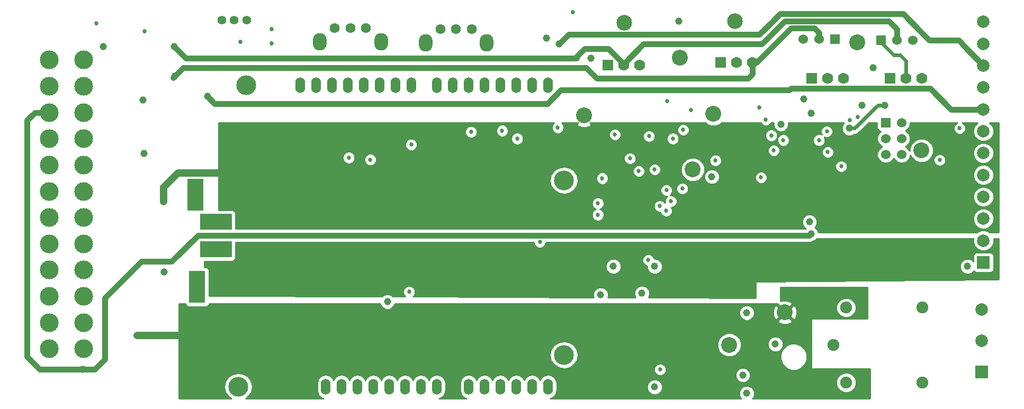
<source format=gbr>
G04 (created by PCBNEW (2013-03-19 BZR 4004)-stable) date 3/4/2014 12:45:59 PM*
%MOIN*%
G04 Gerber Fmt 3.4, Leading zero omitted, Abs format*
%FSLAX34Y34*%
G01*
G70*
G90*
G04 APERTURE LIST*
%ADD10C,0.006*%
%ADD11R,0.06X0.06*%
%ADD12C,0.06*%
%ADD13R,0.0787402X0.0787402*%
%ADD14C,0.0787402*%
%ADD15C,0.075*%
%ADD16C,0.0984252*%
%ADD17C,0.07*%
%ADD18R,0.07X0.07*%
%ADD19O,0.0866142X0.110236*%
%ADD20C,0.0629921*%
%ADD21C,0.0551181*%
%ADD22O,0.06X0.1*%
%ADD23O,0.125X0.125*%
%ADD24C,0.11811*%
%ADD25C,0.1*%
%ADD26R,0.1X0.1*%
%ADD27C,0.046*%
%ADD28C,0.027*%
%ADD29C,0.036*%
%ADD30C,0.048*%
%ADD31C,0.024*%
%ADD32C,0.01*%
G04 APERTURE END LIST*
G54D10*
G54D11*
X78650Y-37650D03*
G54D12*
X79650Y-37650D03*
X78650Y-38650D03*
X79650Y-38650D03*
X78650Y-39650D03*
X79650Y-39650D03*
G54D13*
X84700Y-53350D03*
G54D14*
X84700Y-51381D03*
X84700Y-49412D03*
G54D13*
X84800Y-46450D03*
G54D14*
X84800Y-45072D03*
X84800Y-43694D03*
X84800Y-42316D03*
X84800Y-40938D03*
X84800Y-39560D03*
X84800Y-38182D03*
X84800Y-36804D03*
X84800Y-35426D03*
X84800Y-34048D03*
X84800Y-32670D03*
X84800Y-31292D03*
G54D15*
X75360Y-51660D03*
X76160Y-49300D03*
X80960Y-49300D03*
X80960Y-54020D03*
X76160Y-54020D03*
G54D16*
X69145Y-31240D03*
X62190Y-31355D03*
G54D17*
X62160Y-34010D03*
X63160Y-34010D03*
G54D18*
X61160Y-34010D03*
G54D17*
X79915Y-34835D03*
X80915Y-34835D03*
G54D18*
X78915Y-34835D03*
G54D17*
X75000Y-34850D03*
X76000Y-34850D03*
G54D18*
X74000Y-34850D03*
G54D17*
X69265Y-33865D03*
X70265Y-33865D03*
G54D18*
X68265Y-33865D03*
G54D19*
X46879Y-32566D03*
X43020Y-32566D03*
G54D20*
X44950Y-31700D03*
X45934Y-31700D03*
X43965Y-31700D03*
G54D19*
X53529Y-32616D03*
X49670Y-32616D03*
G54D20*
X51600Y-31750D03*
X52584Y-31750D03*
X50615Y-31750D03*
G54D21*
X38413Y-31190D03*
X37625Y-31190D03*
X36838Y-31190D03*
G54D22*
X48790Y-35280D03*
X47790Y-35280D03*
X46790Y-35280D03*
X45790Y-35280D03*
X44790Y-35280D03*
X43790Y-35280D03*
X42790Y-35280D03*
X41790Y-35280D03*
X46390Y-54280D03*
X45390Y-54280D03*
X44390Y-54280D03*
X43390Y-54280D03*
X47390Y-54280D03*
X48390Y-54280D03*
X49390Y-54280D03*
X50390Y-54280D03*
X52390Y-54280D03*
X53390Y-54280D03*
X54390Y-54280D03*
X55390Y-54280D03*
X56390Y-54280D03*
X57390Y-54280D03*
X57390Y-35280D03*
X56390Y-35280D03*
X55390Y-35280D03*
X54390Y-35280D03*
X53390Y-35280D03*
X52390Y-35280D03*
X51390Y-35280D03*
X50390Y-35280D03*
G54D23*
X58390Y-52280D03*
X58390Y-41280D03*
X38390Y-35280D03*
X37890Y-54280D03*
G54D24*
X25974Y-51888D03*
X25974Y-50235D03*
X25974Y-48581D03*
X25974Y-46928D03*
X25974Y-45274D03*
X25974Y-43621D03*
X25974Y-41967D03*
X25974Y-40314D03*
X25974Y-38660D03*
X25974Y-37007D03*
X25974Y-35353D03*
X25974Y-33700D03*
X28139Y-51888D03*
X28139Y-50235D03*
X28139Y-48581D03*
X28139Y-46928D03*
X28139Y-45274D03*
X28139Y-43621D03*
X28139Y-41967D03*
X28139Y-40314D03*
X28139Y-38660D03*
X28139Y-37007D03*
X28139Y-35353D03*
X28139Y-33700D03*
G54D25*
X67800Y-37100D03*
X76850Y-32600D03*
X65700Y-33550D03*
X72300Y-49600D03*
X68800Y-51650D03*
X59650Y-37200D03*
X80900Y-39400D03*
X66500Y-40600D03*
G54D11*
X75450Y-32400D03*
G54D12*
X74450Y-32400D03*
X73450Y-32400D03*
G54D11*
X78350Y-32450D03*
G54D12*
X79350Y-32450D03*
X80350Y-32450D03*
G54D26*
X35970Y-43890D03*
X36970Y-43890D03*
X35200Y-42700D03*
X35200Y-41700D03*
X35970Y-45620D03*
X36970Y-45620D03*
X35300Y-47500D03*
X35300Y-48500D03*
G54D27*
X73950Y-44650D03*
X28100Y-53200D03*
X50400Y-50500D03*
X71600Y-50800D03*
X31525Y-51050D03*
X33900Y-34725D03*
X58100Y-32700D03*
G54D28*
X28950Y-31400D03*
G54D27*
X35950Y-36000D03*
X33225Y-47050D03*
X60600Y-46500D03*
X36800Y-47100D03*
G54D28*
X61900Y-42600D03*
X64800Y-38550D03*
X81500Y-38000D03*
G54D27*
X33175Y-42625D03*
X29400Y-32850D03*
X60100Y-33585D03*
X33850Y-32850D03*
G54D28*
X65850Y-41800D03*
X58000Y-37950D03*
X70700Y-36700D03*
X56875Y-45150D03*
X46200Y-39975D03*
X44850Y-39850D03*
X64450Y-53200D03*
X60525Y-43450D03*
X60800Y-41150D03*
X39975Y-31750D03*
X40000Y-32650D03*
X48775Y-39025D03*
X65125Y-42600D03*
X54500Y-38150D03*
X64840Y-41900D03*
X55450Y-38650D03*
X64825Y-43200D03*
X52550Y-38225D03*
X60525Y-42725D03*
G54D27*
X61500Y-46700D03*
X63300Y-48400D03*
G54D28*
X63700Y-46300D03*
X58950Y-30675D03*
G54D27*
X57290Y-32310D03*
G54D28*
X65900Y-38100D03*
X64900Y-36300D03*
X63750Y-38500D03*
X74940Y-38200D03*
G54D27*
X73500Y-36150D03*
G54D28*
X61600Y-38400D03*
X67925Y-40025D03*
G54D27*
X72050Y-37750D03*
X77150Y-36550D03*
X77850Y-34200D03*
G54D28*
X75850Y-40400D03*
X83300Y-38000D03*
X64425Y-42900D03*
G54D27*
X73850Y-43900D03*
G54D28*
X62550Y-39900D03*
G54D27*
X67700Y-41050D03*
X73945Y-37055D03*
X78600Y-36550D03*
X76350Y-38000D03*
X31875Y-36225D03*
G54D28*
X32000Y-31900D03*
G54D27*
X47275Y-48925D03*
G54D28*
X48650Y-48300D03*
G54D27*
X31950Y-39600D03*
X83800Y-46700D03*
X64100Y-46700D03*
X60700Y-48500D03*
X65635Y-31265D03*
G54D28*
X38025Y-32550D03*
G54D27*
X69900Y-49625D03*
G54D28*
X71450Y-38450D03*
X72200Y-38750D03*
X82050Y-40000D03*
X63100Y-40700D03*
X64100Y-40600D03*
X71100Y-37450D03*
X70800Y-41100D03*
X71600Y-39400D03*
X74450Y-38750D03*
X75000Y-39500D03*
X76400Y-37500D03*
X76900Y-37300D03*
X66400Y-36850D03*
X65250Y-38650D03*
G54D27*
X64100Y-54300D03*
X69650Y-53550D03*
X71700Y-51600D03*
X69900Y-54700D03*
G54D29*
X28100Y-53200D02*
X28850Y-53200D01*
X29500Y-52550D02*
X28850Y-53200D01*
X29500Y-48700D02*
X29500Y-52550D01*
X31800Y-46400D02*
X29500Y-48700D01*
X33700Y-46400D02*
X31800Y-46400D01*
X35350Y-44750D02*
X33700Y-46400D01*
X73850Y-44750D02*
X35350Y-44750D01*
X73950Y-44650D02*
X73850Y-44750D01*
X25974Y-37007D02*
X25092Y-37007D01*
X25092Y-37007D02*
X24600Y-37500D01*
X24600Y-37500D02*
X24600Y-52400D01*
X24600Y-52400D02*
X25400Y-53200D01*
X25400Y-53200D02*
X28100Y-53200D01*
G54D30*
X50900Y-50500D02*
X50400Y-50500D01*
X31525Y-51050D02*
X34550Y-51050D01*
X34550Y-51050D02*
X34600Y-51000D01*
G54D29*
X74450Y-32000D02*
X74450Y-32400D01*
X70265Y-33865D02*
X70535Y-33865D01*
X74150Y-31700D02*
X74450Y-32000D01*
X74450Y-32000D02*
X74400Y-31950D01*
X72700Y-31700D02*
X74150Y-31700D01*
X70535Y-33865D02*
X72700Y-31700D01*
X59800Y-34200D02*
X60450Y-34850D01*
X70265Y-34584D02*
X70265Y-33863D01*
X70000Y-34850D02*
X70265Y-34584D01*
X60450Y-34850D02*
X70000Y-34850D01*
X33900Y-34725D02*
X33800Y-34825D01*
X34425Y-34200D02*
X59800Y-34200D01*
X33800Y-34825D02*
X34425Y-34200D01*
X71575Y-31225D02*
X72000Y-30800D01*
X83451Y-32651D02*
X83250Y-32450D01*
X83250Y-32450D02*
X81400Y-32450D01*
X83451Y-32670D02*
X83465Y-32684D01*
X83465Y-32684D02*
X84800Y-34048D01*
X83451Y-32670D02*
X83451Y-32651D01*
X80900Y-31950D02*
X81400Y-32450D01*
X80900Y-31950D02*
X80900Y-31950D01*
X79750Y-30800D02*
X80900Y-31950D01*
X72000Y-30800D02*
X79750Y-30800D01*
X71600Y-31200D02*
X71575Y-31225D01*
X71575Y-31225D02*
X70700Y-32100D01*
X70700Y-32100D02*
X58700Y-32100D01*
X58700Y-32100D02*
X58400Y-32400D01*
X58100Y-32700D02*
X58400Y-32400D01*
X70250Y-35600D02*
X72600Y-35600D01*
X72600Y-35600D02*
X72700Y-35500D01*
X82754Y-36804D02*
X84800Y-36804D01*
X81450Y-35500D02*
X82754Y-36804D01*
X72700Y-35500D02*
X81450Y-35500D01*
X72600Y-35600D02*
X72700Y-35500D01*
X70300Y-35600D02*
X70250Y-35600D01*
X70250Y-35600D02*
X58200Y-35600D01*
X58200Y-35600D02*
X57350Y-36450D01*
X57350Y-36450D02*
X36400Y-36450D01*
X36400Y-36450D02*
X35950Y-36000D01*
G54D30*
X33175Y-42625D02*
X33175Y-41725D01*
X34075Y-40825D02*
X37175Y-40825D01*
X33175Y-41725D02*
X34075Y-40825D01*
G54D29*
X71950Y-31600D02*
X72300Y-31250D01*
X62160Y-34010D02*
X62160Y-33940D01*
X70850Y-32700D02*
X71950Y-31600D01*
X63400Y-32700D02*
X70850Y-32700D01*
X62160Y-33940D02*
X63400Y-32700D01*
X79350Y-31750D02*
X79350Y-32450D01*
X78850Y-31250D02*
X79350Y-31750D01*
X72300Y-31250D02*
X78850Y-31250D01*
X62160Y-34010D02*
X62160Y-33960D01*
X59180Y-33570D02*
X59180Y-33600D01*
X59150Y-33600D02*
X59180Y-33570D01*
X59090Y-33600D02*
X59150Y-33600D01*
X59690Y-33000D02*
X59090Y-33600D01*
X61200Y-33000D02*
X59690Y-33000D01*
X62160Y-33960D02*
X61200Y-33000D01*
X34600Y-33600D02*
X59180Y-33600D01*
X33850Y-32850D02*
X34600Y-33600D01*
G54D31*
X76700Y-38000D02*
X78150Y-36550D01*
X78150Y-36550D02*
X78600Y-36550D01*
X76350Y-38000D02*
X76700Y-38000D01*
X78350Y-32450D02*
X78350Y-32600D01*
X79915Y-33765D02*
X79915Y-34835D01*
X79550Y-33400D02*
X79915Y-33765D01*
X79150Y-33400D02*
X79550Y-33400D01*
X78350Y-32600D02*
X79150Y-33400D01*
G54D10*
G36*
X85759Y-47530D02*
X85443Y-47532D01*
X85443Y-46794D01*
X85443Y-46006D01*
X85405Y-45914D01*
X85335Y-45844D01*
X85243Y-45806D01*
X85144Y-45806D01*
X84356Y-45806D01*
X84264Y-45844D01*
X84194Y-45914D01*
X84156Y-46006D01*
X84156Y-46105D01*
X84156Y-46377D01*
X84072Y-46293D01*
X83895Y-46220D01*
X83704Y-46219D01*
X83528Y-46292D01*
X83393Y-46427D01*
X83320Y-46604D01*
X83319Y-46795D01*
X83392Y-46971D01*
X83527Y-47106D01*
X83704Y-47179D01*
X83895Y-47180D01*
X84071Y-47107D01*
X84194Y-46984D01*
X84194Y-46985D01*
X84264Y-47055D01*
X84356Y-47093D01*
X84455Y-47093D01*
X85243Y-47093D01*
X85335Y-47055D01*
X85405Y-46985D01*
X85443Y-46893D01*
X85443Y-46794D01*
X85443Y-47532D01*
X70450Y-47650D01*
X70440Y-48669D01*
X64580Y-48649D01*
X64580Y-46604D01*
X64507Y-46428D01*
X64372Y-46293D01*
X64195Y-46220D01*
X64083Y-46219D01*
X64026Y-46082D01*
X63918Y-45973D01*
X63776Y-45915D01*
X63623Y-45914D01*
X63482Y-45973D01*
X63373Y-46081D01*
X63315Y-46223D01*
X63314Y-46376D01*
X63373Y-46517D01*
X63481Y-46626D01*
X63620Y-46683D01*
X63619Y-46795D01*
X63692Y-46971D01*
X63827Y-47106D01*
X64004Y-47179D01*
X64195Y-47180D01*
X64371Y-47107D01*
X64506Y-46972D01*
X64579Y-46795D01*
X64580Y-46604D01*
X64580Y-48649D01*
X63717Y-48646D01*
X63779Y-48495D01*
X63780Y-48304D01*
X63707Y-48128D01*
X63572Y-47993D01*
X63395Y-47920D01*
X63204Y-47919D01*
X63028Y-47992D01*
X62893Y-48127D01*
X62820Y-48304D01*
X62819Y-48495D01*
X62881Y-48643D01*
X61980Y-48640D01*
X61980Y-46604D01*
X61907Y-46428D01*
X61772Y-46293D01*
X61595Y-46220D01*
X61404Y-46219D01*
X61228Y-46292D01*
X61093Y-46427D01*
X61020Y-46604D01*
X61019Y-46795D01*
X61092Y-46971D01*
X61227Y-47106D01*
X61404Y-47179D01*
X61595Y-47180D01*
X61771Y-47107D01*
X61906Y-46972D01*
X61979Y-46795D01*
X61980Y-46604D01*
X61980Y-48640D01*
X61162Y-48637D01*
X61179Y-48595D01*
X61180Y-48404D01*
X61107Y-48228D01*
X60972Y-48093D01*
X60795Y-48020D01*
X60604Y-48019D01*
X60428Y-48092D01*
X60293Y-48227D01*
X60220Y-48404D01*
X60219Y-48595D01*
X60236Y-48634D01*
X48898Y-48595D01*
X48976Y-48518D01*
X49034Y-48376D01*
X49035Y-48223D01*
X48976Y-48082D01*
X48868Y-47973D01*
X48726Y-47915D01*
X48573Y-47914D01*
X48432Y-47973D01*
X48323Y-48081D01*
X48265Y-48223D01*
X48264Y-48376D01*
X48323Y-48517D01*
X48399Y-48593D01*
X47619Y-48591D01*
X47547Y-48518D01*
X47370Y-48445D01*
X47179Y-48444D01*
X47003Y-48517D01*
X46932Y-48588D01*
X36050Y-48551D01*
X36050Y-47950D01*
X36050Y-46950D01*
X36012Y-46858D01*
X35941Y-46788D01*
X35849Y-46750D01*
X35750Y-46749D01*
X35750Y-46749D01*
X35750Y-46370D01*
X36519Y-46370D01*
X37519Y-46370D01*
X37611Y-46332D01*
X37681Y-46261D01*
X37719Y-46169D01*
X37720Y-46070D01*
X37720Y-45180D01*
X56489Y-45180D01*
X56489Y-45226D01*
X56548Y-45367D01*
X56656Y-45476D01*
X56798Y-45534D01*
X56951Y-45535D01*
X57092Y-45476D01*
X57201Y-45368D01*
X57259Y-45226D01*
X57259Y-45180D01*
X73850Y-45180D01*
X74014Y-45147D01*
X74040Y-45130D01*
X74045Y-45130D01*
X74221Y-45057D01*
X74328Y-44950D01*
X84156Y-44950D01*
X84156Y-45199D01*
X84253Y-45436D01*
X84434Y-45617D01*
X84671Y-45715D01*
X84927Y-45715D01*
X85164Y-45618D01*
X85345Y-45437D01*
X85443Y-45200D01*
X85443Y-44950D01*
X85750Y-44950D01*
X85759Y-47530D01*
X85759Y-47530D01*
G37*
G54D32*
X85759Y-47530D02*
X85443Y-47532D01*
X85443Y-46794D01*
X85443Y-46006D01*
X85405Y-45914D01*
X85335Y-45844D01*
X85243Y-45806D01*
X85144Y-45806D01*
X84356Y-45806D01*
X84264Y-45844D01*
X84194Y-45914D01*
X84156Y-46006D01*
X84156Y-46105D01*
X84156Y-46377D01*
X84072Y-46293D01*
X83895Y-46220D01*
X83704Y-46219D01*
X83528Y-46292D01*
X83393Y-46427D01*
X83320Y-46604D01*
X83319Y-46795D01*
X83392Y-46971D01*
X83527Y-47106D01*
X83704Y-47179D01*
X83895Y-47180D01*
X84071Y-47107D01*
X84194Y-46984D01*
X84194Y-46985D01*
X84264Y-47055D01*
X84356Y-47093D01*
X84455Y-47093D01*
X85243Y-47093D01*
X85335Y-47055D01*
X85405Y-46985D01*
X85443Y-46893D01*
X85443Y-46794D01*
X85443Y-47532D01*
X70450Y-47650D01*
X70440Y-48669D01*
X64580Y-48649D01*
X64580Y-46604D01*
X64507Y-46428D01*
X64372Y-46293D01*
X64195Y-46220D01*
X64083Y-46219D01*
X64026Y-46082D01*
X63918Y-45973D01*
X63776Y-45915D01*
X63623Y-45914D01*
X63482Y-45973D01*
X63373Y-46081D01*
X63315Y-46223D01*
X63314Y-46376D01*
X63373Y-46517D01*
X63481Y-46626D01*
X63620Y-46683D01*
X63619Y-46795D01*
X63692Y-46971D01*
X63827Y-47106D01*
X64004Y-47179D01*
X64195Y-47180D01*
X64371Y-47107D01*
X64506Y-46972D01*
X64579Y-46795D01*
X64580Y-46604D01*
X64580Y-48649D01*
X63717Y-48646D01*
X63779Y-48495D01*
X63780Y-48304D01*
X63707Y-48128D01*
X63572Y-47993D01*
X63395Y-47920D01*
X63204Y-47919D01*
X63028Y-47992D01*
X62893Y-48127D01*
X62820Y-48304D01*
X62819Y-48495D01*
X62881Y-48643D01*
X61980Y-48640D01*
X61980Y-46604D01*
X61907Y-46428D01*
X61772Y-46293D01*
X61595Y-46220D01*
X61404Y-46219D01*
X61228Y-46292D01*
X61093Y-46427D01*
X61020Y-46604D01*
X61019Y-46795D01*
X61092Y-46971D01*
X61227Y-47106D01*
X61404Y-47179D01*
X61595Y-47180D01*
X61771Y-47107D01*
X61906Y-46972D01*
X61979Y-46795D01*
X61980Y-46604D01*
X61980Y-48640D01*
X61162Y-48637D01*
X61179Y-48595D01*
X61180Y-48404D01*
X61107Y-48228D01*
X60972Y-48093D01*
X60795Y-48020D01*
X60604Y-48019D01*
X60428Y-48092D01*
X60293Y-48227D01*
X60220Y-48404D01*
X60219Y-48595D01*
X60236Y-48634D01*
X48898Y-48595D01*
X48976Y-48518D01*
X49034Y-48376D01*
X49035Y-48223D01*
X48976Y-48082D01*
X48868Y-47973D01*
X48726Y-47915D01*
X48573Y-47914D01*
X48432Y-47973D01*
X48323Y-48081D01*
X48265Y-48223D01*
X48264Y-48376D01*
X48323Y-48517D01*
X48399Y-48593D01*
X47619Y-48591D01*
X47547Y-48518D01*
X47370Y-48445D01*
X47179Y-48444D01*
X47003Y-48517D01*
X46932Y-48588D01*
X36050Y-48551D01*
X36050Y-47950D01*
X36050Y-46950D01*
X36012Y-46858D01*
X35941Y-46788D01*
X35849Y-46750D01*
X35750Y-46749D01*
X35750Y-46749D01*
X35750Y-46370D01*
X36519Y-46370D01*
X37519Y-46370D01*
X37611Y-46332D01*
X37681Y-46261D01*
X37719Y-46169D01*
X37720Y-46070D01*
X37720Y-45180D01*
X56489Y-45180D01*
X56489Y-45226D01*
X56548Y-45367D01*
X56656Y-45476D01*
X56798Y-45534D01*
X56951Y-45535D01*
X57092Y-45476D01*
X57201Y-45368D01*
X57259Y-45226D01*
X57259Y-45180D01*
X73850Y-45180D01*
X74014Y-45147D01*
X74040Y-45130D01*
X74045Y-45130D01*
X74221Y-45057D01*
X74328Y-44950D01*
X84156Y-44950D01*
X84156Y-45199D01*
X84253Y-45436D01*
X84434Y-45617D01*
X84671Y-45715D01*
X84927Y-45715D01*
X85164Y-45618D01*
X85345Y-45437D01*
X85443Y-45200D01*
X85443Y-44950D01*
X85750Y-44950D01*
X85759Y-47530D01*
G54D10*
G36*
X77650Y-55020D02*
X76785Y-55020D01*
X76785Y-53896D01*
X76690Y-53666D01*
X76514Y-53490D01*
X76284Y-53395D01*
X76036Y-53394D01*
X75806Y-53489D01*
X75630Y-53665D01*
X75535Y-53895D01*
X75534Y-54143D01*
X75629Y-54373D01*
X75805Y-54549D01*
X76035Y-54644D01*
X76283Y-54645D01*
X76513Y-54550D01*
X76689Y-54374D01*
X76784Y-54144D01*
X76785Y-53896D01*
X76785Y-55020D01*
X73690Y-55020D01*
X73690Y-52233D01*
X73563Y-51924D01*
X73326Y-51687D01*
X73053Y-51574D01*
X73053Y-49729D01*
X73045Y-49431D01*
X72946Y-49191D01*
X72830Y-49140D01*
X72370Y-49600D01*
X72830Y-50059D01*
X72946Y-50008D01*
X73053Y-49729D01*
X73053Y-51574D01*
X73017Y-51559D01*
X72759Y-51559D01*
X72759Y-50130D01*
X72300Y-49670D01*
X72229Y-49741D01*
X72229Y-49600D01*
X71769Y-49140D01*
X71653Y-49191D01*
X71546Y-49470D01*
X71554Y-49768D01*
X71653Y-50008D01*
X71769Y-50059D01*
X72229Y-49600D01*
X72229Y-49741D01*
X71840Y-50130D01*
X71891Y-50246D01*
X72170Y-50353D01*
X72468Y-50345D01*
X72708Y-50246D01*
X72759Y-50130D01*
X72759Y-51559D01*
X72683Y-51559D01*
X72374Y-51687D01*
X72180Y-51881D01*
X72180Y-51504D01*
X72107Y-51328D01*
X71972Y-51193D01*
X71795Y-51120D01*
X71604Y-51119D01*
X71428Y-51192D01*
X71293Y-51327D01*
X71220Y-51504D01*
X71219Y-51695D01*
X71292Y-51871D01*
X71427Y-52006D01*
X71604Y-52079D01*
X71795Y-52080D01*
X71971Y-52007D01*
X72106Y-51872D01*
X72179Y-51695D01*
X72180Y-51504D01*
X72180Y-51881D01*
X72137Y-51923D01*
X72009Y-52232D01*
X72009Y-52566D01*
X72137Y-52875D01*
X72373Y-53112D01*
X72682Y-53240D01*
X73016Y-53240D01*
X73325Y-53113D01*
X73562Y-52876D01*
X73690Y-52567D01*
X73690Y-52233D01*
X73690Y-55020D01*
X70258Y-55020D01*
X70306Y-54972D01*
X70379Y-54795D01*
X70380Y-54604D01*
X70380Y-49529D01*
X70307Y-49353D01*
X70172Y-49218D01*
X69995Y-49145D01*
X69804Y-49144D01*
X69628Y-49217D01*
X69493Y-49352D01*
X69420Y-49529D01*
X69419Y-49720D01*
X69492Y-49896D01*
X69627Y-50031D01*
X69804Y-50104D01*
X69995Y-50105D01*
X70171Y-50032D01*
X70306Y-49897D01*
X70379Y-49720D01*
X70380Y-49529D01*
X70380Y-54604D01*
X70307Y-54428D01*
X70172Y-54293D01*
X70130Y-54275D01*
X70130Y-53454D01*
X70057Y-53278D01*
X69922Y-53143D01*
X69745Y-53070D01*
X69554Y-53069D01*
X69550Y-53071D01*
X69550Y-51501D01*
X69436Y-51225D01*
X69225Y-51014D01*
X68949Y-50900D01*
X68651Y-50899D01*
X68375Y-51013D01*
X68164Y-51224D01*
X68050Y-51500D01*
X68049Y-51798D01*
X68163Y-52074D01*
X68374Y-52285D01*
X68650Y-52399D01*
X68948Y-52400D01*
X69224Y-52286D01*
X69435Y-52075D01*
X69549Y-51799D01*
X69550Y-51501D01*
X69550Y-53071D01*
X69378Y-53142D01*
X69243Y-53277D01*
X69170Y-53454D01*
X69169Y-53645D01*
X69242Y-53821D01*
X69377Y-53956D01*
X69554Y-54029D01*
X69745Y-54030D01*
X69921Y-53957D01*
X70056Y-53822D01*
X70129Y-53645D01*
X70130Y-53454D01*
X70130Y-54275D01*
X69995Y-54220D01*
X69804Y-54219D01*
X69628Y-54292D01*
X69493Y-54427D01*
X69420Y-54604D01*
X69419Y-54795D01*
X69492Y-54971D01*
X69541Y-55020D01*
X64835Y-55020D01*
X64835Y-53123D01*
X64776Y-52982D01*
X64668Y-52873D01*
X64526Y-52815D01*
X64373Y-52814D01*
X64232Y-52873D01*
X64123Y-52981D01*
X64065Y-53123D01*
X64064Y-53276D01*
X64123Y-53417D01*
X64231Y-53526D01*
X64373Y-53584D01*
X64526Y-53585D01*
X64667Y-53526D01*
X64776Y-53418D01*
X64834Y-53276D01*
X64835Y-53123D01*
X64835Y-55020D01*
X64580Y-55020D01*
X64580Y-54204D01*
X64507Y-54028D01*
X64372Y-53893D01*
X64195Y-53820D01*
X64004Y-53819D01*
X63828Y-53892D01*
X63693Y-54027D01*
X63620Y-54204D01*
X63619Y-54395D01*
X63692Y-54571D01*
X63827Y-54706D01*
X64004Y-54779D01*
X64195Y-54780D01*
X64371Y-54707D01*
X64506Y-54572D01*
X64579Y-54395D01*
X64580Y-54204D01*
X64580Y-55020D01*
X59282Y-55020D01*
X59282Y-52280D01*
X59215Y-51945D01*
X59025Y-51661D01*
X58741Y-51471D01*
X58407Y-51405D01*
X58372Y-51405D01*
X58038Y-51471D01*
X57754Y-51661D01*
X57564Y-51945D01*
X57497Y-52280D01*
X57564Y-52614D01*
X57754Y-52898D01*
X58038Y-53088D01*
X58372Y-53155D01*
X58407Y-53155D01*
X58741Y-53088D01*
X59025Y-52898D01*
X59215Y-52614D01*
X59282Y-52280D01*
X59282Y-55020D01*
X57511Y-55020D01*
X57600Y-55002D01*
X57778Y-54883D01*
X57898Y-54705D01*
X57940Y-54494D01*
X57940Y-54065D01*
X57898Y-53854D01*
X57778Y-53676D01*
X57600Y-53557D01*
X57390Y-53515D01*
X57179Y-53557D01*
X57001Y-53676D01*
X56890Y-53842D01*
X56778Y-53676D01*
X56600Y-53557D01*
X56390Y-53515D01*
X56179Y-53557D01*
X56001Y-53676D01*
X55890Y-53842D01*
X55778Y-53676D01*
X55600Y-53557D01*
X55390Y-53515D01*
X55179Y-53557D01*
X55001Y-53676D01*
X54890Y-53842D01*
X54778Y-53676D01*
X54600Y-53557D01*
X54390Y-53515D01*
X54179Y-53557D01*
X54001Y-53676D01*
X53890Y-53842D01*
X53778Y-53676D01*
X53600Y-53557D01*
X53390Y-53515D01*
X53179Y-53557D01*
X53001Y-53676D01*
X52890Y-53842D01*
X52778Y-53676D01*
X52600Y-53557D01*
X52390Y-53515D01*
X52179Y-53557D01*
X52001Y-53676D01*
X51881Y-53854D01*
X51840Y-54065D01*
X51840Y-54494D01*
X51881Y-54705D01*
X52001Y-54883D01*
X52179Y-55002D01*
X52268Y-55020D01*
X50511Y-55020D01*
X50600Y-55002D01*
X50778Y-54883D01*
X50898Y-54705D01*
X50940Y-54494D01*
X50940Y-54065D01*
X50898Y-53854D01*
X50778Y-53676D01*
X50600Y-53557D01*
X50390Y-53515D01*
X50179Y-53557D01*
X50001Y-53676D01*
X49890Y-53842D01*
X49778Y-53676D01*
X49600Y-53557D01*
X49390Y-53515D01*
X49179Y-53557D01*
X49001Y-53676D01*
X48890Y-53842D01*
X48778Y-53676D01*
X48600Y-53557D01*
X48390Y-53515D01*
X48179Y-53557D01*
X48001Y-53676D01*
X47890Y-53842D01*
X47778Y-53676D01*
X47600Y-53557D01*
X47390Y-53515D01*
X47179Y-53557D01*
X47001Y-53676D01*
X46890Y-53842D01*
X46778Y-53676D01*
X46600Y-53557D01*
X46390Y-53515D01*
X46179Y-53557D01*
X46001Y-53676D01*
X45890Y-53842D01*
X45778Y-53676D01*
X45600Y-53557D01*
X45390Y-53515D01*
X45179Y-53557D01*
X45001Y-53676D01*
X44890Y-53842D01*
X44778Y-53676D01*
X44600Y-53557D01*
X44390Y-53515D01*
X44179Y-53557D01*
X44001Y-53676D01*
X43890Y-53842D01*
X43778Y-53676D01*
X43600Y-53557D01*
X43390Y-53515D01*
X43179Y-53557D01*
X43001Y-53676D01*
X42881Y-53854D01*
X42840Y-54065D01*
X42840Y-54494D01*
X42881Y-54705D01*
X43001Y-54883D01*
X43179Y-55002D01*
X43268Y-55020D01*
X38343Y-55020D01*
X38525Y-54898D01*
X38715Y-54614D01*
X38782Y-54280D01*
X38715Y-53945D01*
X38525Y-53661D01*
X38241Y-53471D01*
X37907Y-53405D01*
X37872Y-53405D01*
X37538Y-53471D01*
X37254Y-53661D01*
X37064Y-53945D01*
X36997Y-54280D01*
X37064Y-54614D01*
X37254Y-54898D01*
X37436Y-55020D01*
X34150Y-55020D01*
X34150Y-49050D01*
X34550Y-49050D01*
X34587Y-49141D01*
X34658Y-49211D01*
X34750Y-49249D01*
X34849Y-49250D01*
X35849Y-49250D01*
X35941Y-49212D01*
X36011Y-49141D01*
X36049Y-49050D01*
X46807Y-49050D01*
X46867Y-49196D01*
X47002Y-49331D01*
X47179Y-49404D01*
X47370Y-49405D01*
X47546Y-49332D01*
X47681Y-49197D01*
X47742Y-49050D01*
X71848Y-49050D01*
X71840Y-49069D01*
X72300Y-49529D01*
X72759Y-49069D01*
X72708Y-48953D01*
X72429Y-48846D01*
X72131Y-48854D01*
X72030Y-48896D01*
X72030Y-48020D01*
X77480Y-48020D01*
X77488Y-49050D01*
X77500Y-49050D01*
X77500Y-50000D01*
X76785Y-50000D01*
X76785Y-49176D01*
X76690Y-48946D01*
X76514Y-48770D01*
X76284Y-48675D01*
X76036Y-48674D01*
X75806Y-48769D01*
X75630Y-48945D01*
X75535Y-49175D01*
X75534Y-49423D01*
X75629Y-49653D01*
X75805Y-49829D01*
X76035Y-49924D01*
X76283Y-49925D01*
X76513Y-49830D01*
X76689Y-49654D01*
X76784Y-49424D01*
X76785Y-49176D01*
X76785Y-50000D01*
X73950Y-50000D01*
X73950Y-53150D01*
X77650Y-53150D01*
X77650Y-55020D01*
X77650Y-55020D01*
G37*
G54D32*
X77650Y-55020D02*
X76785Y-55020D01*
X76785Y-53896D01*
X76690Y-53666D01*
X76514Y-53490D01*
X76284Y-53395D01*
X76036Y-53394D01*
X75806Y-53489D01*
X75630Y-53665D01*
X75535Y-53895D01*
X75534Y-54143D01*
X75629Y-54373D01*
X75805Y-54549D01*
X76035Y-54644D01*
X76283Y-54645D01*
X76513Y-54550D01*
X76689Y-54374D01*
X76784Y-54144D01*
X76785Y-53896D01*
X76785Y-55020D01*
X73690Y-55020D01*
X73690Y-52233D01*
X73563Y-51924D01*
X73326Y-51687D01*
X73053Y-51574D01*
X73053Y-49729D01*
X73045Y-49431D01*
X72946Y-49191D01*
X72830Y-49140D01*
X72370Y-49600D01*
X72830Y-50059D01*
X72946Y-50008D01*
X73053Y-49729D01*
X73053Y-51574D01*
X73017Y-51559D01*
X72759Y-51559D01*
X72759Y-50130D01*
X72300Y-49670D01*
X72229Y-49741D01*
X72229Y-49600D01*
X71769Y-49140D01*
X71653Y-49191D01*
X71546Y-49470D01*
X71554Y-49768D01*
X71653Y-50008D01*
X71769Y-50059D01*
X72229Y-49600D01*
X72229Y-49741D01*
X71840Y-50130D01*
X71891Y-50246D01*
X72170Y-50353D01*
X72468Y-50345D01*
X72708Y-50246D01*
X72759Y-50130D01*
X72759Y-51559D01*
X72683Y-51559D01*
X72374Y-51687D01*
X72180Y-51881D01*
X72180Y-51504D01*
X72107Y-51328D01*
X71972Y-51193D01*
X71795Y-51120D01*
X71604Y-51119D01*
X71428Y-51192D01*
X71293Y-51327D01*
X71220Y-51504D01*
X71219Y-51695D01*
X71292Y-51871D01*
X71427Y-52006D01*
X71604Y-52079D01*
X71795Y-52080D01*
X71971Y-52007D01*
X72106Y-51872D01*
X72179Y-51695D01*
X72180Y-51504D01*
X72180Y-51881D01*
X72137Y-51923D01*
X72009Y-52232D01*
X72009Y-52566D01*
X72137Y-52875D01*
X72373Y-53112D01*
X72682Y-53240D01*
X73016Y-53240D01*
X73325Y-53113D01*
X73562Y-52876D01*
X73690Y-52567D01*
X73690Y-52233D01*
X73690Y-55020D01*
X70258Y-55020D01*
X70306Y-54972D01*
X70379Y-54795D01*
X70380Y-54604D01*
X70380Y-49529D01*
X70307Y-49353D01*
X70172Y-49218D01*
X69995Y-49145D01*
X69804Y-49144D01*
X69628Y-49217D01*
X69493Y-49352D01*
X69420Y-49529D01*
X69419Y-49720D01*
X69492Y-49896D01*
X69627Y-50031D01*
X69804Y-50104D01*
X69995Y-50105D01*
X70171Y-50032D01*
X70306Y-49897D01*
X70379Y-49720D01*
X70380Y-49529D01*
X70380Y-54604D01*
X70307Y-54428D01*
X70172Y-54293D01*
X70130Y-54275D01*
X70130Y-53454D01*
X70057Y-53278D01*
X69922Y-53143D01*
X69745Y-53070D01*
X69554Y-53069D01*
X69550Y-53071D01*
X69550Y-51501D01*
X69436Y-51225D01*
X69225Y-51014D01*
X68949Y-50900D01*
X68651Y-50899D01*
X68375Y-51013D01*
X68164Y-51224D01*
X68050Y-51500D01*
X68049Y-51798D01*
X68163Y-52074D01*
X68374Y-52285D01*
X68650Y-52399D01*
X68948Y-52400D01*
X69224Y-52286D01*
X69435Y-52075D01*
X69549Y-51799D01*
X69550Y-51501D01*
X69550Y-53071D01*
X69378Y-53142D01*
X69243Y-53277D01*
X69170Y-53454D01*
X69169Y-53645D01*
X69242Y-53821D01*
X69377Y-53956D01*
X69554Y-54029D01*
X69745Y-54030D01*
X69921Y-53957D01*
X70056Y-53822D01*
X70129Y-53645D01*
X70130Y-53454D01*
X70130Y-54275D01*
X69995Y-54220D01*
X69804Y-54219D01*
X69628Y-54292D01*
X69493Y-54427D01*
X69420Y-54604D01*
X69419Y-54795D01*
X69492Y-54971D01*
X69541Y-55020D01*
X64835Y-55020D01*
X64835Y-53123D01*
X64776Y-52982D01*
X64668Y-52873D01*
X64526Y-52815D01*
X64373Y-52814D01*
X64232Y-52873D01*
X64123Y-52981D01*
X64065Y-53123D01*
X64064Y-53276D01*
X64123Y-53417D01*
X64231Y-53526D01*
X64373Y-53584D01*
X64526Y-53585D01*
X64667Y-53526D01*
X64776Y-53418D01*
X64834Y-53276D01*
X64835Y-53123D01*
X64835Y-55020D01*
X64580Y-55020D01*
X64580Y-54204D01*
X64507Y-54028D01*
X64372Y-53893D01*
X64195Y-53820D01*
X64004Y-53819D01*
X63828Y-53892D01*
X63693Y-54027D01*
X63620Y-54204D01*
X63619Y-54395D01*
X63692Y-54571D01*
X63827Y-54706D01*
X64004Y-54779D01*
X64195Y-54780D01*
X64371Y-54707D01*
X64506Y-54572D01*
X64579Y-54395D01*
X64580Y-54204D01*
X64580Y-55020D01*
X59282Y-55020D01*
X59282Y-52280D01*
X59215Y-51945D01*
X59025Y-51661D01*
X58741Y-51471D01*
X58407Y-51405D01*
X58372Y-51405D01*
X58038Y-51471D01*
X57754Y-51661D01*
X57564Y-51945D01*
X57497Y-52280D01*
X57564Y-52614D01*
X57754Y-52898D01*
X58038Y-53088D01*
X58372Y-53155D01*
X58407Y-53155D01*
X58741Y-53088D01*
X59025Y-52898D01*
X59215Y-52614D01*
X59282Y-52280D01*
X59282Y-55020D01*
X57511Y-55020D01*
X57600Y-55002D01*
X57778Y-54883D01*
X57898Y-54705D01*
X57940Y-54494D01*
X57940Y-54065D01*
X57898Y-53854D01*
X57778Y-53676D01*
X57600Y-53557D01*
X57390Y-53515D01*
X57179Y-53557D01*
X57001Y-53676D01*
X56890Y-53842D01*
X56778Y-53676D01*
X56600Y-53557D01*
X56390Y-53515D01*
X56179Y-53557D01*
X56001Y-53676D01*
X55890Y-53842D01*
X55778Y-53676D01*
X55600Y-53557D01*
X55390Y-53515D01*
X55179Y-53557D01*
X55001Y-53676D01*
X54890Y-53842D01*
X54778Y-53676D01*
X54600Y-53557D01*
X54390Y-53515D01*
X54179Y-53557D01*
X54001Y-53676D01*
X53890Y-53842D01*
X53778Y-53676D01*
X53600Y-53557D01*
X53390Y-53515D01*
X53179Y-53557D01*
X53001Y-53676D01*
X52890Y-53842D01*
X52778Y-53676D01*
X52600Y-53557D01*
X52390Y-53515D01*
X52179Y-53557D01*
X52001Y-53676D01*
X51881Y-53854D01*
X51840Y-54065D01*
X51840Y-54494D01*
X51881Y-54705D01*
X52001Y-54883D01*
X52179Y-55002D01*
X52268Y-55020D01*
X50511Y-55020D01*
X50600Y-55002D01*
X50778Y-54883D01*
X50898Y-54705D01*
X50940Y-54494D01*
X50940Y-54065D01*
X50898Y-53854D01*
X50778Y-53676D01*
X50600Y-53557D01*
X50390Y-53515D01*
X50179Y-53557D01*
X50001Y-53676D01*
X49890Y-53842D01*
X49778Y-53676D01*
X49600Y-53557D01*
X49390Y-53515D01*
X49179Y-53557D01*
X49001Y-53676D01*
X48890Y-53842D01*
X48778Y-53676D01*
X48600Y-53557D01*
X48390Y-53515D01*
X48179Y-53557D01*
X48001Y-53676D01*
X47890Y-53842D01*
X47778Y-53676D01*
X47600Y-53557D01*
X47390Y-53515D01*
X47179Y-53557D01*
X47001Y-53676D01*
X46890Y-53842D01*
X46778Y-53676D01*
X46600Y-53557D01*
X46390Y-53515D01*
X46179Y-53557D01*
X46001Y-53676D01*
X45890Y-53842D01*
X45778Y-53676D01*
X45600Y-53557D01*
X45390Y-53515D01*
X45179Y-53557D01*
X45001Y-53676D01*
X44890Y-53842D01*
X44778Y-53676D01*
X44600Y-53557D01*
X44390Y-53515D01*
X44179Y-53557D01*
X44001Y-53676D01*
X43890Y-53842D01*
X43778Y-53676D01*
X43600Y-53557D01*
X43390Y-53515D01*
X43179Y-53557D01*
X43001Y-53676D01*
X42881Y-53854D01*
X42840Y-54065D01*
X42840Y-54494D01*
X42881Y-54705D01*
X43001Y-54883D01*
X43179Y-55002D01*
X43268Y-55020D01*
X38343Y-55020D01*
X38525Y-54898D01*
X38715Y-54614D01*
X38782Y-54280D01*
X38715Y-53945D01*
X38525Y-53661D01*
X38241Y-53471D01*
X37907Y-53405D01*
X37872Y-53405D01*
X37538Y-53471D01*
X37254Y-53661D01*
X37064Y-53945D01*
X36997Y-54280D01*
X37064Y-54614D01*
X37254Y-54898D01*
X37436Y-55020D01*
X34150Y-55020D01*
X34150Y-49050D01*
X34550Y-49050D01*
X34587Y-49141D01*
X34658Y-49211D01*
X34750Y-49249D01*
X34849Y-49250D01*
X35849Y-49250D01*
X35941Y-49212D01*
X36011Y-49141D01*
X36049Y-49050D01*
X46807Y-49050D01*
X46867Y-49196D01*
X47002Y-49331D01*
X47179Y-49404D01*
X47370Y-49405D01*
X47546Y-49332D01*
X47681Y-49197D01*
X47742Y-49050D01*
X71848Y-49050D01*
X71840Y-49069D01*
X72300Y-49529D01*
X72759Y-49069D01*
X72708Y-48953D01*
X72429Y-48846D01*
X72131Y-48854D01*
X72030Y-48896D01*
X72030Y-48020D01*
X77480Y-48020D01*
X77488Y-49050D01*
X77500Y-49050D01*
X77500Y-50000D01*
X76785Y-50000D01*
X76785Y-49176D01*
X76690Y-48946D01*
X76514Y-48770D01*
X76284Y-48675D01*
X76036Y-48674D01*
X75806Y-48769D01*
X75630Y-48945D01*
X75535Y-49175D01*
X75534Y-49423D01*
X75629Y-49653D01*
X75805Y-49829D01*
X76035Y-49924D01*
X76283Y-49925D01*
X76513Y-49830D01*
X76689Y-49654D01*
X76784Y-49424D01*
X76785Y-49176D01*
X76785Y-50000D01*
X73950Y-50000D01*
X73950Y-53150D01*
X77650Y-53150D01*
X77650Y-55020D01*
G54D10*
G36*
X85750Y-44550D02*
X85443Y-44550D01*
X85443Y-43566D01*
X85443Y-42188D01*
X85443Y-40810D01*
X85443Y-39432D01*
X85346Y-39196D01*
X85165Y-39014D01*
X84928Y-38916D01*
X84672Y-38916D01*
X84435Y-39014D01*
X84254Y-39195D01*
X84156Y-39431D01*
X84156Y-39687D01*
X84253Y-39924D01*
X84434Y-40105D01*
X84671Y-40203D01*
X84927Y-40204D01*
X85164Y-40106D01*
X85345Y-39925D01*
X85443Y-39688D01*
X85443Y-39432D01*
X85443Y-40810D01*
X85346Y-40574D01*
X85165Y-40392D01*
X84928Y-40294D01*
X84672Y-40294D01*
X84435Y-40392D01*
X84254Y-40573D01*
X84156Y-40809D01*
X84156Y-41065D01*
X84253Y-41302D01*
X84434Y-41483D01*
X84671Y-41581D01*
X84927Y-41582D01*
X85164Y-41484D01*
X85345Y-41303D01*
X85443Y-41066D01*
X85443Y-40810D01*
X85443Y-42188D01*
X85346Y-41951D01*
X85165Y-41770D01*
X84928Y-41672D01*
X84672Y-41672D01*
X84435Y-41770D01*
X84254Y-41951D01*
X84156Y-42187D01*
X84156Y-42443D01*
X84253Y-42680D01*
X84434Y-42861D01*
X84671Y-42959D01*
X84927Y-42959D01*
X85164Y-42862D01*
X85345Y-42681D01*
X85443Y-42444D01*
X85443Y-42188D01*
X85443Y-43566D01*
X85346Y-43329D01*
X85165Y-43148D01*
X84928Y-43050D01*
X84672Y-43050D01*
X84435Y-43148D01*
X84254Y-43328D01*
X84156Y-43565D01*
X84156Y-43821D01*
X84253Y-44058D01*
X84434Y-44239D01*
X84671Y-44337D01*
X84927Y-44337D01*
X85164Y-44240D01*
X85345Y-44059D01*
X85443Y-43822D01*
X85443Y-43566D01*
X85443Y-44550D01*
X85188Y-44550D01*
X85165Y-44526D01*
X84928Y-44428D01*
X84672Y-44428D01*
X84435Y-44526D01*
X84411Y-44550D01*
X82435Y-44550D01*
X82435Y-39923D01*
X82376Y-39782D01*
X82268Y-39673D01*
X82126Y-39615D01*
X81973Y-39614D01*
X81832Y-39673D01*
X81723Y-39781D01*
X81665Y-39923D01*
X81664Y-40076D01*
X81723Y-40217D01*
X81831Y-40326D01*
X81973Y-40384D01*
X82126Y-40385D01*
X82267Y-40326D01*
X82376Y-40218D01*
X82434Y-40076D01*
X82435Y-39923D01*
X82435Y-44550D01*
X76235Y-44550D01*
X76235Y-40323D01*
X76176Y-40182D01*
X76068Y-40073D01*
X75926Y-40015D01*
X75773Y-40014D01*
X75632Y-40073D01*
X75523Y-40181D01*
X75465Y-40323D01*
X75464Y-40476D01*
X75523Y-40617D01*
X75631Y-40726D01*
X75773Y-40784D01*
X75926Y-40785D01*
X76067Y-40726D01*
X76176Y-40618D01*
X76234Y-40476D01*
X76235Y-40323D01*
X76235Y-44550D01*
X75385Y-44550D01*
X75385Y-39423D01*
X75326Y-39282D01*
X75325Y-39280D01*
X75325Y-38123D01*
X75266Y-37982D01*
X75158Y-37873D01*
X75016Y-37815D01*
X74863Y-37814D01*
X74722Y-37873D01*
X74613Y-37981D01*
X74555Y-38123D01*
X74554Y-38276D01*
X74605Y-38397D01*
X74526Y-38365D01*
X74373Y-38364D01*
X74232Y-38423D01*
X74123Y-38531D01*
X74065Y-38673D01*
X74064Y-38826D01*
X74123Y-38967D01*
X74231Y-39076D01*
X74373Y-39134D01*
X74526Y-39135D01*
X74667Y-39076D01*
X74776Y-38968D01*
X74834Y-38826D01*
X74835Y-38673D01*
X74784Y-38552D01*
X74863Y-38584D01*
X75016Y-38585D01*
X75157Y-38526D01*
X75266Y-38418D01*
X75324Y-38276D01*
X75325Y-38123D01*
X75325Y-39280D01*
X75218Y-39173D01*
X75076Y-39115D01*
X74923Y-39114D01*
X74782Y-39173D01*
X74673Y-39281D01*
X74615Y-39423D01*
X74614Y-39576D01*
X74673Y-39717D01*
X74781Y-39826D01*
X74923Y-39884D01*
X75076Y-39885D01*
X75217Y-39826D01*
X75326Y-39718D01*
X75384Y-39576D01*
X75385Y-39423D01*
X75385Y-44550D01*
X74428Y-44550D01*
X74357Y-44378D01*
X74222Y-44243D01*
X74196Y-44232D01*
X74256Y-44172D01*
X74329Y-43995D01*
X74330Y-43804D01*
X74257Y-43628D01*
X74122Y-43493D01*
X73945Y-43420D01*
X73754Y-43419D01*
X73578Y-43492D01*
X73443Y-43627D01*
X73370Y-43804D01*
X73369Y-43995D01*
X73442Y-44171D01*
X73577Y-44306D01*
X73603Y-44317D01*
X73601Y-44320D01*
X72585Y-44320D01*
X72585Y-38673D01*
X72526Y-38532D01*
X72418Y-38423D01*
X72276Y-38365D01*
X72123Y-38364D01*
X71982Y-38423D01*
X71873Y-38531D01*
X71835Y-38624D01*
X71835Y-38373D01*
X71776Y-38232D01*
X71668Y-38123D01*
X71526Y-38065D01*
X71373Y-38064D01*
X71232Y-38123D01*
X71123Y-38231D01*
X71065Y-38373D01*
X71064Y-38526D01*
X71123Y-38667D01*
X71231Y-38776D01*
X71373Y-38834D01*
X71526Y-38835D01*
X71667Y-38776D01*
X71776Y-38668D01*
X71834Y-38526D01*
X71835Y-38373D01*
X71835Y-38624D01*
X71815Y-38673D01*
X71814Y-38826D01*
X71873Y-38967D01*
X71981Y-39076D01*
X72123Y-39134D01*
X72276Y-39135D01*
X72417Y-39076D01*
X72526Y-38968D01*
X72584Y-38826D01*
X72585Y-38673D01*
X72585Y-44320D01*
X71985Y-44320D01*
X71985Y-39323D01*
X71926Y-39182D01*
X71818Y-39073D01*
X71676Y-39015D01*
X71523Y-39014D01*
X71382Y-39073D01*
X71273Y-39181D01*
X71215Y-39323D01*
X71214Y-39476D01*
X71273Y-39617D01*
X71381Y-39726D01*
X71523Y-39784D01*
X71676Y-39785D01*
X71817Y-39726D01*
X71926Y-39618D01*
X71984Y-39476D01*
X71985Y-39323D01*
X71985Y-44320D01*
X71185Y-44320D01*
X71185Y-41023D01*
X71126Y-40882D01*
X71018Y-40773D01*
X70876Y-40715D01*
X70723Y-40714D01*
X70582Y-40773D01*
X70473Y-40881D01*
X70415Y-41023D01*
X70414Y-41176D01*
X70473Y-41317D01*
X70581Y-41426D01*
X70723Y-41484D01*
X70876Y-41485D01*
X71017Y-41426D01*
X71126Y-41318D01*
X71184Y-41176D01*
X71185Y-41023D01*
X71185Y-44320D01*
X68310Y-44320D01*
X68310Y-39948D01*
X68251Y-39807D01*
X68143Y-39698D01*
X68001Y-39640D01*
X67848Y-39639D01*
X67707Y-39698D01*
X67598Y-39806D01*
X67540Y-39948D01*
X67539Y-40101D01*
X67598Y-40242D01*
X67706Y-40351D01*
X67848Y-40409D01*
X68001Y-40410D01*
X68142Y-40351D01*
X68251Y-40243D01*
X68309Y-40101D01*
X68310Y-39948D01*
X68310Y-44320D01*
X68180Y-44320D01*
X68180Y-40954D01*
X68107Y-40778D01*
X67972Y-40643D01*
X67795Y-40570D01*
X67604Y-40569D01*
X67428Y-40642D01*
X67293Y-40777D01*
X67250Y-40881D01*
X67250Y-40451D01*
X67136Y-40175D01*
X66925Y-39964D01*
X66649Y-39850D01*
X66351Y-39849D01*
X66285Y-39877D01*
X66285Y-38023D01*
X66226Y-37882D01*
X66118Y-37773D01*
X65976Y-37715D01*
X65823Y-37714D01*
X65682Y-37773D01*
X65573Y-37881D01*
X65515Y-38023D01*
X65514Y-38176D01*
X65573Y-38317D01*
X65681Y-38426D01*
X65823Y-38484D01*
X65976Y-38485D01*
X66117Y-38426D01*
X66226Y-38318D01*
X66284Y-38176D01*
X66285Y-38023D01*
X66285Y-39877D01*
X66075Y-39963D01*
X65864Y-40174D01*
X65750Y-40450D01*
X65749Y-40748D01*
X65863Y-41024D01*
X66074Y-41235D01*
X66350Y-41349D01*
X66648Y-41350D01*
X66924Y-41236D01*
X67135Y-41025D01*
X67249Y-40749D01*
X67250Y-40451D01*
X67250Y-40881D01*
X67220Y-40954D01*
X67219Y-41145D01*
X67292Y-41321D01*
X67427Y-41456D01*
X67604Y-41529D01*
X67795Y-41530D01*
X67971Y-41457D01*
X68106Y-41322D01*
X68179Y-41145D01*
X68180Y-40954D01*
X68180Y-44320D01*
X66235Y-44320D01*
X66235Y-41723D01*
X66176Y-41582D01*
X66068Y-41473D01*
X65926Y-41415D01*
X65773Y-41414D01*
X65635Y-41472D01*
X65635Y-38573D01*
X65576Y-38432D01*
X65468Y-38323D01*
X65326Y-38265D01*
X65173Y-38264D01*
X65032Y-38323D01*
X64923Y-38431D01*
X64865Y-38573D01*
X64864Y-38726D01*
X64923Y-38867D01*
X65031Y-38976D01*
X65173Y-39034D01*
X65326Y-39035D01*
X65467Y-38976D01*
X65576Y-38868D01*
X65634Y-38726D01*
X65635Y-38573D01*
X65635Y-41472D01*
X65632Y-41473D01*
X65523Y-41581D01*
X65465Y-41723D01*
X65464Y-41876D01*
X65523Y-42017D01*
X65631Y-42126D01*
X65773Y-42184D01*
X65926Y-42185D01*
X66067Y-42126D01*
X66176Y-42018D01*
X66234Y-41876D01*
X66235Y-41723D01*
X66235Y-44320D01*
X65510Y-44320D01*
X65510Y-42523D01*
X65451Y-42382D01*
X65343Y-42273D01*
X65201Y-42215D01*
X65069Y-42214D01*
X65166Y-42118D01*
X65224Y-41976D01*
X65225Y-41823D01*
X65166Y-41682D01*
X65058Y-41573D01*
X64916Y-41515D01*
X64763Y-41514D01*
X64622Y-41573D01*
X64513Y-41681D01*
X64485Y-41750D01*
X64485Y-40523D01*
X64426Y-40382D01*
X64318Y-40273D01*
X64176Y-40215D01*
X64135Y-40215D01*
X64135Y-38423D01*
X64076Y-38282D01*
X63968Y-38173D01*
X63826Y-38115D01*
X63673Y-38114D01*
X63532Y-38173D01*
X63423Y-38281D01*
X63365Y-38423D01*
X63364Y-38576D01*
X63423Y-38717D01*
X63531Y-38826D01*
X63673Y-38884D01*
X63826Y-38885D01*
X63967Y-38826D01*
X64076Y-38718D01*
X64134Y-38576D01*
X64135Y-38423D01*
X64135Y-40215D01*
X64023Y-40214D01*
X63882Y-40273D01*
X63773Y-40381D01*
X63715Y-40523D01*
X63714Y-40676D01*
X63773Y-40817D01*
X63881Y-40926D01*
X64023Y-40984D01*
X64176Y-40985D01*
X64317Y-40926D01*
X64426Y-40818D01*
X64484Y-40676D01*
X64485Y-40523D01*
X64485Y-41750D01*
X64455Y-41823D01*
X64454Y-41976D01*
X64513Y-42117D01*
X64621Y-42226D01*
X64763Y-42284D01*
X64895Y-42285D01*
X64798Y-42381D01*
X64740Y-42523D01*
X64739Y-42670D01*
X64643Y-42573D01*
X64501Y-42515D01*
X64348Y-42514D01*
X64207Y-42573D01*
X64098Y-42681D01*
X64040Y-42823D01*
X64039Y-42976D01*
X64098Y-43117D01*
X64206Y-43226D01*
X64348Y-43284D01*
X64443Y-43285D01*
X64498Y-43417D01*
X64606Y-43526D01*
X64748Y-43584D01*
X64901Y-43585D01*
X65042Y-43526D01*
X65151Y-43418D01*
X65209Y-43276D01*
X65210Y-43123D01*
X65152Y-42985D01*
X65201Y-42985D01*
X65342Y-42926D01*
X65451Y-42818D01*
X65509Y-42676D01*
X65510Y-42523D01*
X65510Y-44320D01*
X63485Y-44320D01*
X63485Y-40623D01*
X63426Y-40482D01*
X63318Y-40373D01*
X63176Y-40315D01*
X63023Y-40314D01*
X62935Y-40351D01*
X62935Y-39823D01*
X62876Y-39682D01*
X62768Y-39573D01*
X62626Y-39515D01*
X62473Y-39514D01*
X62332Y-39573D01*
X62223Y-39681D01*
X62165Y-39823D01*
X62164Y-39976D01*
X62223Y-40117D01*
X62331Y-40226D01*
X62473Y-40284D01*
X62626Y-40285D01*
X62767Y-40226D01*
X62876Y-40118D01*
X62934Y-39976D01*
X62935Y-39823D01*
X62935Y-40351D01*
X62882Y-40373D01*
X62773Y-40481D01*
X62715Y-40623D01*
X62714Y-40776D01*
X62773Y-40917D01*
X62881Y-41026D01*
X63023Y-41084D01*
X63176Y-41085D01*
X63317Y-41026D01*
X63426Y-40918D01*
X63484Y-40776D01*
X63485Y-40623D01*
X63485Y-44320D01*
X61985Y-44320D01*
X61985Y-38323D01*
X61926Y-38182D01*
X61818Y-38073D01*
X61676Y-38015D01*
X61523Y-38014D01*
X61382Y-38073D01*
X61273Y-38181D01*
X61215Y-38323D01*
X61214Y-38476D01*
X61273Y-38617D01*
X61381Y-38726D01*
X61523Y-38784D01*
X61676Y-38785D01*
X61817Y-38726D01*
X61926Y-38618D01*
X61984Y-38476D01*
X61985Y-38323D01*
X61985Y-44320D01*
X61185Y-44320D01*
X61185Y-41073D01*
X61126Y-40932D01*
X61018Y-40823D01*
X60876Y-40765D01*
X60723Y-40764D01*
X60582Y-40823D01*
X60473Y-40931D01*
X60415Y-41073D01*
X60414Y-41226D01*
X60473Y-41367D01*
X60581Y-41476D01*
X60723Y-41534D01*
X60876Y-41535D01*
X61017Y-41476D01*
X61126Y-41368D01*
X61184Y-41226D01*
X61185Y-41073D01*
X61185Y-44320D01*
X60910Y-44320D01*
X60910Y-43373D01*
X60851Y-43232D01*
X60743Y-43123D01*
X60655Y-43087D01*
X60742Y-43051D01*
X60851Y-42943D01*
X60909Y-42801D01*
X60910Y-42648D01*
X60851Y-42507D01*
X60743Y-42398D01*
X60601Y-42340D01*
X60448Y-42339D01*
X60307Y-42398D01*
X60198Y-42506D01*
X60140Y-42648D01*
X60139Y-42801D01*
X60198Y-42942D01*
X60306Y-43051D01*
X60394Y-43087D01*
X60307Y-43123D01*
X60198Y-43231D01*
X60140Y-43373D01*
X60139Y-43526D01*
X60198Y-43667D01*
X60306Y-43776D01*
X60448Y-43834D01*
X60601Y-43835D01*
X60742Y-43776D01*
X60851Y-43668D01*
X60909Y-43526D01*
X60910Y-43373D01*
X60910Y-44320D01*
X59282Y-44320D01*
X59282Y-41280D01*
X59215Y-40945D01*
X59025Y-40661D01*
X58741Y-40471D01*
X58407Y-40405D01*
X58372Y-40405D01*
X58038Y-40471D01*
X57754Y-40661D01*
X57564Y-40945D01*
X57497Y-41280D01*
X57564Y-41614D01*
X57754Y-41898D01*
X58038Y-42088D01*
X58372Y-42155D01*
X58407Y-42155D01*
X58741Y-42088D01*
X59025Y-41898D01*
X59215Y-41614D01*
X59282Y-41280D01*
X59282Y-44320D01*
X55835Y-44320D01*
X55835Y-38573D01*
X55776Y-38432D01*
X55668Y-38323D01*
X55526Y-38265D01*
X55373Y-38264D01*
X55232Y-38323D01*
X55123Y-38431D01*
X55065Y-38573D01*
X55064Y-38726D01*
X55123Y-38867D01*
X55231Y-38976D01*
X55373Y-39034D01*
X55526Y-39035D01*
X55667Y-38976D01*
X55776Y-38868D01*
X55834Y-38726D01*
X55835Y-38573D01*
X55835Y-44320D01*
X54885Y-44320D01*
X54885Y-38073D01*
X54826Y-37932D01*
X54718Y-37823D01*
X54576Y-37765D01*
X54423Y-37764D01*
X54282Y-37823D01*
X54173Y-37931D01*
X54115Y-38073D01*
X54114Y-38226D01*
X54173Y-38367D01*
X54281Y-38476D01*
X54423Y-38534D01*
X54576Y-38535D01*
X54717Y-38476D01*
X54826Y-38368D01*
X54884Y-38226D01*
X54885Y-38073D01*
X54885Y-44320D01*
X52935Y-44320D01*
X52935Y-38148D01*
X52876Y-38007D01*
X52768Y-37898D01*
X52626Y-37840D01*
X52473Y-37839D01*
X52332Y-37898D01*
X52223Y-38006D01*
X52165Y-38148D01*
X52164Y-38301D01*
X52223Y-38442D01*
X52331Y-38551D01*
X52473Y-38609D01*
X52626Y-38610D01*
X52767Y-38551D01*
X52876Y-38443D01*
X52934Y-38301D01*
X52935Y-38148D01*
X52935Y-44320D01*
X49160Y-44320D01*
X49160Y-38948D01*
X49101Y-38807D01*
X48993Y-38698D01*
X48851Y-38640D01*
X48698Y-38639D01*
X48557Y-38698D01*
X48448Y-38806D01*
X48390Y-38948D01*
X48389Y-39101D01*
X48448Y-39242D01*
X48556Y-39351D01*
X48698Y-39409D01*
X48851Y-39410D01*
X48992Y-39351D01*
X49101Y-39243D01*
X49159Y-39101D01*
X49160Y-38948D01*
X49160Y-44320D01*
X46585Y-44320D01*
X46585Y-39898D01*
X46526Y-39757D01*
X46418Y-39648D01*
X46276Y-39590D01*
X46123Y-39589D01*
X45982Y-39648D01*
X45873Y-39756D01*
X45815Y-39898D01*
X45814Y-40051D01*
X45873Y-40192D01*
X45981Y-40301D01*
X46123Y-40359D01*
X46276Y-40360D01*
X46417Y-40301D01*
X46526Y-40193D01*
X46584Y-40051D01*
X46585Y-39898D01*
X46585Y-44320D01*
X45235Y-44320D01*
X45235Y-39773D01*
X45176Y-39632D01*
X45068Y-39523D01*
X44926Y-39465D01*
X44773Y-39464D01*
X44632Y-39523D01*
X44523Y-39631D01*
X44465Y-39773D01*
X44464Y-39926D01*
X44523Y-40067D01*
X44631Y-40176D01*
X44773Y-40234D01*
X44926Y-40235D01*
X45067Y-40176D01*
X45176Y-40068D01*
X45234Y-39926D01*
X45235Y-39773D01*
X45235Y-44320D01*
X37720Y-44320D01*
X37720Y-43340D01*
X37682Y-43248D01*
X37611Y-43178D01*
X37519Y-43140D01*
X37420Y-43139D01*
X36650Y-43139D01*
X36650Y-37650D01*
X57755Y-37650D01*
X57673Y-37731D01*
X57615Y-37873D01*
X57614Y-38026D01*
X57673Y-38167D01*
X57781Y-38276D01*
X57923Y-38334D01*
X58076Y-38335D01*
X58217Y-38276D01*
X58326Y-38168D01*
X58384Y-38026D01*
X58385Y-37873D01*
X58326Y-37732D01*
X58244Y-37650D01*
X59097Y-37650D01*
X59119Y-37659D01*
X59129Y-37650D01*
X59270Y-37650D01*
X59190Y-37730D01*
X59241Y-37846D01*
X59520Y-37953D01*
X59818Y-37945D01*
X60058Y-37846D01*
X60109Y-37730D01*
X60029Y-37650D01*
X60170Y-37650D01*
X60180Y-37659D01*
X60202Y-37650D01*
X67289Y-37650D01*
X67374Y-37735D01*
X67650Y-37849D01*
X67948Y-37850D01*
X68224Y-37736D01*
X68310Y-37650D01*
X70766Y-37650D01*
X70773Y-37667D01*
X70881Y-37776D01*
X71023Y-37834D01*
X71176Y-37835D01*
X71317Y-37776D01*
X71426Y-37668D01*
X71433Y-37650D01*
X71571Y-37650D01*
X71570Y-37654D01*
X71569Y-37845D01*
X71642Y-38021D01*
X71777Y-38156D01*
X71954Y-38229D01*
X72145Y-38230D01*
X72321Y-38157D01*
X72456Y-38022D01*
X72529Y-37845D01*
X72530Y-37654D01*
X72528Y-37650D01*
X76021Y-37650D01*
X75943Y-37727D01*
X75870Y-37904D01*
X75869Y-38095D01*
X75942Y-38271D01*
X76077Y-38406D01*
X76254Y-38479D01*
X76445Y-38480D01*
X76621Y-38407D01*
X76658Y-38370D01*
X76700Y-38370D01*
X76841Y-38341D01*
X76961Y-38261D01*
X77573Y-37650D01*
X78099Y-37650D01*
X78099Y-37999D01*
X78137Y-38091D01*
X78208Y-38161D01*
X78300Y-38199D01*
X78322Y-38199D01*
X78184Y-38338D01*
X78100Y-38540D01*
X78099Y-38758D01*
X78183Y-38961D01*
X78338Y-39115D01*
X78419Y-39149D01*
X78338Y-39183D01*
X78184Y-39338D01*
X78100Y-39540D01*
X78099Y-39758D01*
X78183Y-39961D01*
X78338Y-40115D01*
X78540Y-40199D01*
X78758Y-40200D01*
X78961Y-40116D01*
X79115Y-39961D01*
X79149Y-39880D01*
X79183Y-39961D01*
X79338Y-40115D01*
X79540Y-40199D01*
X79758Y-40200D01*
X79961Y-40116D01*
X80115Y-39961D01*
X80199Y-39759D01*
X80199Y-39669D01*
X80263Y-39824D01*
X80474Y-40035D01*
X80750Y-40149D01*
X81048Y-40150D01*
X81324Y-40036D01*
X81535Y-39825D01*
X81649Y-39549D01*
X81650Y-39251D01*
X81536Y-38975D01*
X81325Y-38764D01*
X81049Y-38650D01*
X80751Y-38649D01*
X80475Y-38763D01*
X80264Y-38974D01*
X80150Y-39250D01*
X80149Y-39419D01*
X80116Y-39338D01*
X79961Y-39184D01*
X79880Y-39150D01*
X79961Y-39116D01*
X80115Y-38961D01*
X80199Y-38759D01*
X80200Y-38541D01*
X80116Y-38338D01*
X79961Y-38184D01*
X79880Y-38150D01*
X79961Y-38116D01*
X80115Y-37961D01*
X80199Y-37759D01*
X80199Y-37650D01*
X83138Y-37650D01*
X83082Y-37673D01*
X82973Y-37781D01*
X82915Y-37923D01*
X82914Y-38076D01*
X82973Y-38217D01*
X83081Y-38326D01*
X83223Y-38384D01*
X83376Y-38385D01*
X83517Y-38326D01*
X83626Y-38218D01*
X83684Y-38076D01*
X83685Y-37923D01*
X83626Y-37782D01*
X83518Y-37673D01*
X83461Y-37650D01*
X84422Y-37650D01*
X84254Y-37817D01*
X84156Y-38053D01*
X84156Y-38309D01*
X84253Y-38546D01*
X84434Y-38727D01*
X84671Y-38825D01*
X84927Y-38826D01*
X85164Y-38728D01*
X85345Y-38547D01*
X85443Y-38310D01*
X85443Y-38054D01*
X85346Y-37818D01*
X85178Y-37650D01*
X85750Y-37650D01*
X85750Y-44550D01*
X85750Y-44550D01*
G37*
G54D32*
X85750Y-44550D02*
X85443Y-44550D01*
X85443Y-43566D01*
X85443Y-42188D01*
X85443Y-40810D01*
X85443Y-39432D01*
X85346Y-39196D01*
X85165Y-39014D01*
X84928Y-38916D01*
X84672Y-38916D01*
X84435Y-39014D01*
X84254Y-39195D01*
X84156Y-39431D01*
X84156Y-39687D01*
X84253Y-39924D01*
X84434Y-40105D01*
X84671Y-40203D01*
X84927Y-40204D01*
X85164Y-40106D01*
X85345Y-39925D01*
X85443Y-39688D01*
X85443Y-39432D01*
X85443Y-40810D01*
X85346Y-40574D01*
X85165Y-40392D01*
X84928Y-40294D01*
X84672Y-40294D01*
X84435Y-40392D01*
X84254Y-40573D01*
X84156Y-40809D01*
X84156Y-41065D01*
X84253Y-41302D01*
X84434Y-41483D01*
X84671Y-41581D01*
X84927Y-41582D01*
X85164Y-41484D01*
X85345Y-41303D01*
X85443Y-41066D01*
X85443Y-40810D01*
X85443Y-42188D01*
X85346Y-41951D01*
X85165Y-41770D01*
X84928Y-41672D01*
X84672Y-41672D01*
X84435Y-41770D01*
X84254Y-41951D01*
X84156Y-42187D01*
X84156Y-42443D01*
X84253Y-42680D01*
X84434Y-42861D01*
X84671Y-42959D01*
X84927Y-42959D01*
X85164Y-42862D01*
X85345Y-42681D01*
X85443Y-42444D01*
X85443Y-42188D01*
X85443Y-43566D01*
X85346Y-43329D01*
X85165Y-43148D01*
X84928Y-43050D01*
X84672Y-43050D01*
X84435Y-43148D01*
X84254Y-43328D01*
X84156Y-43565D01*
X84156Y-43821D01*
X84253Y-44058D01*
X84434Y-44239D01*
X84671Y-44337D01*
X84927Y-44337D01*
X85164Y-44240D01*
X85345Y-44059D01*
X85443Y-43822D01*
X85443Y-43566D01*
X85443Y-44550D01*
X85188Y-44550D01*
X85165Y-44526D01*
X84928Y-44428D01*
X84672Y-44428D01*
X84435Y-44526D01*
X84411Y-44550D01*
X82435Y-44550D01*
X82435Y-39923D01*
X82376Y-39782D01*
X82268Y-39673D01*
X82126Y-39615D01*
X81973Y-39614D01*
X81832Y-39673D01*
X81723Y-39781D01*
X81665Y-39923D01*
X81664Y-40076D01*
X81723Y-40217D01*
X81831Y-40326D01*
X81973Y-40384D01*
X82126Y-40385D01*
X82267Y-40326D01*
X82376Y-40218D01*
X82434Y-40076D01*
X82435Y-39923D01*
X82435Y-44550D01*
X76235Y-44550D01*
X76235Y-40323D01*
X76176Y-40182D01*
X76068Y-40073D01*
X75926Y-40015D01*
X75773Y-40014D01*
X75632Y-40073D01*
X75523Y-40181D01*
X75465Y-40323D01*
X75464Y-40476D01*
X75523Y-40617D01*
X75631Y-40726D01*
X75773Y-40784D01*
X75926Y-40785D01*
X76067Y-40726D01*
X76176Y-40618D01*
X76234Y-40476D01*
X76235Y-40323D01*
X76235Y-44550D01*
X75385Y-44550D01*
X75385Y-39423D01*
X75326Y-39282D01*
X75325Y-39280D01*
X75325Y-38123D01*
X75266Y-37982D01*
X75158Y-37873D01*
X75016Y-37815D01*
X74863Y-37814D01*
X74722Y-37873D01*
X74613Y-37981D01*
X74555Y-38123D01*
X74554Y-38276D01*
X74605Y-38397D01*
X74526Y-38365D01*
X74373Y-38364D01*
X74232Y-38423D01*
X74123Y-38531D01*
X74065Y-38673D01*
X74064Y-38826D01*
X74123Y-38967D01*
X74231Y-39076D01*
X74373Y-39134D01*
X74526Y-39135D01*
X74667Y-39076D01*
X74776Y-38968D01*
X74834Y-38826D01*
X74835Y-38673D01*
X74784Y-38552D01*
X74863Y-38584D01*
X75016Y-38585D01*
X75157Y-38526D01*
X75266Y-38418D01*
X75324Y-38276D01*
X75325Y-38123D01*
X75325Y-39280D01*
X75218Y-39173D01*
X75076Y-39115D01*
X74923Y-39114D01*
X74782Y-39173D01*
X74673Y-39281D01*
X74615Y-39423D01*
X74614Y-39576D01*
X74673Y-39717D01*
X74781Y-39826D01*
X74923Y-39884D01*
X75076Y-39885D01*
X75217Y-39826D01*
X75326Y-39718D01*
X75384Y-39576D01*
X75385Y-39423D01*
X75385Y-44550D01*
X74428Y-44550D01*
X74357Y-44378D01*
X74222Y-44243D01*
X74196Y-44232D01*
X74256Y-44172D01*
X74329Y-43995D01*
X74330Y-43804D01*
X74257Y-43628D01*
X74122Y-43493D01*
X73945Y-43420D01*
X73754Y-43419D01*
X73578Y-43492D01*
X73443Y-43627D01*
X73370Y-43804D01*
X73369Y-43995D01*
X73442Y-44171D01*
X73577Y-44306D01*
X73603Y-44317D01*
X73601Y-44320D01*
X72585Y-44320D01*
X72585Y-38673D01*
X72526Y-38532D01*
X72418Y-38423D01*
X72276Y-38365D01*
X72123Y-38364D01*
X71982Y-38423D01*
X71873Y-38531D01*
X71835Y-38624D01*
X71835Y-38373D01*
X71776Y-38232D01*
X71668Y-38123D01*
X71526Y-38065D01*
X71373Y-38064D01*
X71232Y-38123D01*
X71123Y-38231D01*
X71065Y-38373D01*
X71064Y-38526D01*
X71123Y-38667D01*
X71231Y-38776D01*
X71373Y-38834D01*
X71526Y-38835D01*
X71667Y-38776D01*
X71776Y-38668D01*
X71834Y-38526D01*
X71835Y-38373D01*
X71835Y-38624D01*
X71815Y-38673D01*
X71814Y-38826D01*
X71873Y-38967D01*
X71981Y-39076D01*
X72123Y-39134D01*
X72276Y-39135D01*
X72417Y-39076D01*
X72526Y-38968D01*
X72584Y-38826D01*
X72585Y-38673D01*
X72585Y-44320D01*
X71985Y-44320D01*
X71985Y-39323D01*
X71926Y-39182D01*
X71818Y-39073D01*
X71676Y-39015D01*
X71523Y-39014D01*
X71382Y-39073D01*
X71273Y-39181D01*
X71215Y-39323D01*
X71214Y-39476D01*
X71273Y-39617D01*
X71381Y-39726D01*
X71523Y-39784D01*
X71676Y-39785D01*
X71817Y-39726D01*
X71926Y-39618D01*
X71984Y-39476D01*
X71985Y-39323D01*
X71985Y-44320D01*
X71185Y-44320D01*
X71185Y-41023D01*
X71126Y-40882D01*
X71018Y-40773D01*
X70876Y-40715D01*
X70723Y-40714D01*
X70582Y-40773D01*
X70473Y-40881D01*
X70415Y-41023D01*
X70414Y-41176D01*
X70473Y-41317D01*
X70581Y-41426D01*
X70723Y-41484D01*
X70876Y-41485D01*
X71017Y-41426D01*
X71126Y-41318D01*
X71184Y-41176D01*
X71185Y-41023D01*
X71185Y-44320D01*
X68310Y-44320D01*
X68310Y-39948D01*
X68251Y-39807D01*
X68143Y-39698D01*
X68001Y-39640D01*
X67848Y-39639D01*
X67707Y-39698D01*
X67598Y-39806D01*
X67540Y-39948D01*
X67539Y-40101D01*
X67598Y-40242D01*
X67706Y-40351D01*
X67848Y-40409D01*
X68001Y-40410D01*
X68142Y-40351D01*
X68251Y-40243D01*
X68309Y-40101D01*
X68310Y-39948D01*
X68310Y-44320D01*
X68180Y-44320D01*
X68180Y-40954D01*
X68107Y-40778D01*
X67972Y-40643D01*
X67795Y-40570D01*
X67604Y-40569D01*
X67428Y-40642D01*
X67293Y-40777D01*
X67250Y-40881D01*
X67250Y-40451D01*
X67136Y-40175D01*
X66925Y-39964D01*
X66649Y-39850D01*
X66351Y-39849D01*
X66285Y-39877D01*
X66285Y-38023D01*
X66226Y-37882D01*
X66118Y-37773D01*
X65976Y-37715D01*
X65823Y-37714D01*
X65682Y-37773D01*
X65573Y-37881D01*
X65515Y-38023D01*
X65514Y-38176D01*
X65573Y-38317D01*
X65681Y-38426D01*
X65823Y-38484D01*
X65976Y-38485D01*
X66117Y-38426D01*
X66226Y-38318D01*
X66284Y-38176D01*
X66285Y-38023D01*
X66285Y-39877D01*
X66075Y-39963D01*
X65864Y-40174D01*
X65750Y-40450D01*
X65749Y-40748D01*
X65863Y-41024D01*
X66074Y-41235D01*
X66350Y-41349D01*
X66648Y-41350D01*
X66924Y-41236D01*
X67135Y-41025D01*
X67249Y-40749D01*
X67250Y-40451D01*
X67250Y-40881D01*
X67220Y-40954D01*
X67219Y-41145D01*
X67292Y-41321D01*
X67427Y-41456D01*
X67604Y-41529D01*
X67795Y-41530D01*
X67971Y-41457D01*
X68106Y-41322D01*
X68179Y-41145D01*
X68180Y-40954D01*
X68180Y-44320D01*
X66235Y-44320D01*
X66235Y-41723D01*
X66176Y-41582D01*
X66068Y-41473D01*
X65926Y-41415D01*
X65773Y-41414D01*
X65635Y-41472D01*
X65635Y-38573D01*
X65576Y-38432D01*
X65468Y-38323D01*
X65326Y-38265D01*
X65173Y-38264D01*
X65032Y-38323D01*
X64923Y-38431D01*
X64865Y-38573D01*
X64864Y-38726D01*
X64923Y-38867D01*
X65031Y-38976D01*
X65173Y-39034D01*
X65326Y-39035D01*
X65467Y-38976D01*
X65576Y-38868D01*
X65634Y-38726D01*
X65635Y-38573D01*
X65635Y-41472D01*
X65632Y-41473D01*
X65523Y-41581D01*
X65465Y-41723D01*
X65464Y-41876D01*
X65523Y-42017D01*
X65631Y-42126D01*
X65773Y-42184D01*
X65926Y-42185D01*
X66067Y-42126D01*
X66176Y-42018D01*
X66234Y-41876D01*
X66235Y-41723D01*
X66235Y-44320D01*
X65510Y-44320D01*
X65510Y-42523D01*
X65451Y-42382D01*
X65343Y-42273D01*
X65201Y-42215D01*
X65069Y-42214D01*
X65166Y-42118D01*
X65224Y-41976D01*
X65225Y-41823D01*
X65166Y-41682D01*
X65058Y-41573D01*
X64916Y-41515D01*
X64763Y-41514D01*
X64622Y-41573D01*
X64513Y-41681D01*
X64485Y-41750D01*
X64485Y-40523D01*
X64426Y-40382D01*
X64318Y-40273D01*
X64176Y-40215D01*
X64135Y-40215D01*
X64135Y-38423D01*
X64076Y-38282D01*
X63968Y-38173D01*
X63826Y-38115D01*
X63673Y-38114D01*
X63532Y-38173D01*
X63423Y-38281D01*
X63365Y-38423D01*
X63364Y-38576D01*
X63423Y-38717D01*
X63531Y-38826D01*
X63673Y-38884D01*
X63826Y-38885D01*
X63967Y-38826D01*
X64076Y-38718D01*
X64134Y-38576D01*
X64135Y-38423D01*
X64135Y-40215D01*
X64023Y-40214D01*
X63882Y-40273D01*
X63773Y-40381D01*
X63715Y-40523D01*
X63714Y-40676D01*
X63773Y-40817D01*
X63881Y-40926D01*
X64023Y-40984D01*
X64176Y-40985D01*
X64317Y-40926D01*
X64426Y-40818D01*
X64484Y-40676D01*
X64485Y-40523D01*
X64485Y-41750D01*
X64455Y-41823D01*
X64454Y-41976D01*
X64513Y-42117D01*
X64621Y-42226D01*
X64763Y-42284D01*
X64895Y-42285D01*
X64798Y-42381D01*
X64740Y-42523D01*
X64739Y-42670D01*
X64643Y-42573D01*
X64501Y-42515D01*
X64348Y-42514D01*
X64207Y-42573D01*
X64098Y-42681D01*
X64040Y-42823D01*
X64039Y-42976D01*
X64098Y-43117D01*
X64206Y-43226D01*
X64348Y-43284D01*
X64443Y-43285D01*
X64498Y-43417D01*
X64606Y-43526D01*
X64748Y-43584D01*
X64901Y-43585D01*
X65042Y-43526D01*
X65151Y-43418D01*
X65209Y-43276D01*
X65210Y-43123D01*
X65152Y-42985D01*
X65201Y-42985D01*
X65342Y-42926D01*
X65451Y-42818D01*
X65509Y-42676D01*
X65510Y-42523D01*
X65510Y-44320D01*
X63485Y-44320D01*
X63485Y-40623D01*
X63426Y-40482D01*
X63318Y-40373D01*
X63176Y-40315D01*
X63023Y-40314D01*
X62935Y-40351D01*
X62935Y-39823D01*
X62876Y-39682D01*
X62768Y-39573D01*
X62626Y-39515D01*
X62473Y-39514D01*
X62332Y-39573D01*
X62223Y-39681D01*
X62165Y-39823D01*
X62164Y-39976D01*
X62223Y-40117D01*
X62331Y-40226D01*
X62473Y-40284D01*
X62626Y-40285D01*
X62767Y-40226D01*
X62876Y-40118D01*
X62934Y-39976D01*
X62935Y-39823D01*
X62935Y-40351D01*
X62882Y-40373D01*
X62773Y-40481D01*
X62715Y-40623D01*
X62714Y-40776D01*
X62773Y-40917D01*
X62881Y-41026D01*
X63023Y-41084D01*
X63176Y-41085D01*
X63317Y-41026D01*
X63426Y-40918D01*
X63484Y-40776D01*
X63485Y-40623D01*
X63485Y-44320D01*
X61985Y-44320D01*
X61985Y-38323D01*
X61926Y-38182D01*
X61818Y-38073D01*
X61676Y-38015D01*
X61523Y-38014D01*
X61382Y-38073D01*
X61273Y-38181D01*
X61215Y-38323D01*
X61214Y-38476D01*
X61273Y-38617D01*
X61381Y-38726D01*
X61523Y-38784D01*
X61676Y-38785D01*
X61817Y-38726D01*
X61926Y-38618D01*
X61984Y-38476D01*
X61985Y-38323D01*
X61985Y-44320D01*
X61185Y-44320D01*
X61185Y-41073D01*
X61126Y-40932D01*
X61018Y-40823D01*
X60876Y-40765D01*
X60723Y-40764D01*
X60582Y-40823D01*
X60473Y-40931D01*
X60415Y-41073D01*
X60414Y-41226D01*
X60473Y-41367D01*
X60581Y-41476D01*
X60723Y-41534D01*
X60876Y-41535D01*
X61017Y-41476D01*
X61126Y-41368D01*
X61184Y-41226D01*
X61185Y-41073D01*
X61185Y-44320D01*
X60910Y-44320D01*
X60910Y-43373D01*
X60851Y-43232D01*
X60743Y-43123D01*
X60655Y-43087D01*
X60742Y-43051D01*
X60851Y-42943D01*
X60909Y-42801D01*
X60910Y-42648D01*
X60851Y-42507D01*
X60743Y-42398D01*
X60601Y-42340D01*
X60448Y-42339D01*
X60307Y-42398D01*
X60198Y-42506D01*
X60140Y-42648D01*
X60139Y-42801D01*
X60198Y-42942D01*
X60306Y-43051D01*
X60394Y-43087D01*
X60307Y-43123D01*
X60198Y-43231D01*
X60140Y-43373D01*
X60139Y-43526D01*
X60198Y-43667D01*
X60306Y-43776D01*
X60448Y-43834D01*
X60601Y-43835D01*
X60742Y-43776D01*
X60851Y-43668D01*
X60909Y-43526D01*
X60910Y-43373D01*
X60910Y-44320D01*
X59282Y-44320D01*
X59282Y-41280D01*
X59215Y-40945D01*
X59025Y-40661D01*
X58741Y-40471D01*
X58407Y-40405D01*
X58372Y-40405D01*
X58038Y-40471D01*
X57754Y-40661D01*
X57564Y-40945D01*
X57497Y-41280D01*
X57564Y-41614D01*
X57754Y-41898D01*
X58038Y-42088D01*
X58372Y-42155D01*
X58407Y-42155D01*
X58741Y-42088D01*
X59025Y-41898D01*
X59215Y-41614D01*
X59282Y-41280D01*
X59282Y-44320D01*
X55835Y-44320D01*
X55835Y-38573D01*
X55776Y-38432D01*
X55668Y-38323D01*
X55526Y-38265D01*
X55373Y-38264D01*
X55232Y-38323D01*
X55123Y-38431D01*
X55065Y-38573D01*
X55064Y-38726D01*
X55123Y-38867D01*
X55231Y-38976D01*
X55373Y-39034D01*
X55526Y-39035D01*
X55667Y-38976D01*
X55776Y-38868D01*
X55834Y-38726D01*
X55835Y-38573D01*
X55835Y-44320D01*
X54885Y-44320D01*
X54885Y-38073D01*
X54826Y-37932D01*
X54718Y-37823D01*
X54576Y-37765D01*
X54423Y-37764D01*
X54282Y-37823D01*
X54173Y-37931D01*
X54115Y-38073D01*
X54114Y-38226D01*
X54173Y-38367D01*
X54281Y-38476D01*
X54423Y-38534D01*
X54576Y-38535D01*
X54717Y-38476D01*
X54826Y-38368D01*
X54884Y-38226D01*
X54885Y-38073D01*
X54885Y-44320D01*
X52935Y-44320D01*
X52935Y-38148D01*
X52876Y-38007D01*
X52768Y-37898D01*
X52626Y-37840D01*
X52473Y-37839D01*
X52332Y-37898D01*
X52223Y-38006D01*
X52165Y-38148D01*
X52164Y-38301D01*
X52223Y-38442D01*
X52331Y-38551D01*
X52473Y-38609D01*
X52626Y-38610D01*
X52767Y-38551D01*
X52876Y-38443D01*
X52934Y-38301D01*
X52935Y-38148D01*
X52935Y-44320D01*
X49160Y-44320D01*
X49160Y-38948D01*
X49101Y-38807D01*
X48993Y-38698D01*
X48851Y-38640D01*
X48698Y-38639D01*
X48557Y-38698D01*
X48448Y-38806D01*
X48390Y-38948D01*
X48389Y-39101D01*
X48448Y-39242D01*
X48556Y-39351D01*
X48698Y-39409D01*
X48851Y-39410D01*
X48992Y-39351D01*
X49101Y-39243D01*
X49159Y-39101D01*
X49160Y-38948D01*
X49160Y-44320D01*
X46585Y-44320D01*
X46585Y-39898D01*
X46526Y-39757D01*
X46418Y-39648D01*
X46276Y-39590D01*
X46123Y-39589D01*
X45982Y-39648D01*
X45873Y-39756D01*
X45815Y-39898D01*
X45814Y-40051D01*
X45873Y-40192D01*
X45981Y-40301D01*
X46123Y-40359D01*
X46276Y-40360D01*
X46417Y-40301D01*
X46526Y-40193D01*
X46584Y-40051D01*
X46585Y-39898D01*
X46585Y-44320D01*
X45235Y-44320D01*
X45235Y-39773D01*
X45176Y-39632D01*
X45068Y-39523D01*
X44926Y-39465D01*
X44773Y-39464D01*
X44632Y-39523D01*
X44523Y-39631D01*
X44465Y-39773D01*
X44464Y-39926D01*
X44523Y-40067D01*
X44631Y-40176D01*
X44773Y-40234D01*
X44926Y-40235D01*
X45067Y-40176D01*
X45176Y-40068D01*
X45234Y-39926D01*
X45235Y-39773D01*
X45235Y-44320D01*
X37720Y-44320D01*
X37720Y-43340D01*
X37682Y-43248D01*
X37611Y-43178D01*
X37519Y-43140D01*
X37420Y-43139D01*
X36650Y-43139D01*
X36650Y-37650D01*
X57755Y-37650D01*
X57673Y-37731D01*
X57615Y-37873D01*
X57614Y-38026D01*
X57673Y-38167D01*
X57781Y-38276D01*
X57923Y-38334D01*
X58076Y-38335D01*
X58217Y-38276D01*
X58326Y-38168D01*
X58384Y-38026D01*
X58385Y-37873D01*
X58326Y-37732D01*
X58244Y-37650D01*
X59097Y-37650D01*
X59119Y-37659D01*
X59129Y-37650D01*
X59270Y-37650D01*
X59190Y-37730D01*
X59241Y-37846D01*
X59520Y-37953D01*
X59818Y-37945D01*
X60058Y-37846D01*
X60109Y-37730D01*
X60029Y-37650D01*
X60170Y-37650D01*
X60180Y-37659D01*
X60202Y-37650D01*
X67289Y-37650D01*
X67374Y-37735D01*
X67650Y-37849D01*
X67948Y-37850D01*
X68224Y-37736D01*
X68310Y-37650D01*
X70766Y-37650D01*
X70773Y-37667D01*
X70881Y-37776D01*
X71023Y-37834D01*
X71176Y-37835D01*
X71317Y-37776D01*
X71426Y-37668D01*
X71433Y-37650D01*
X71571Y-37650D01*
X71570Y-37654D01*
X71569Y-37845D01*
X71642Y-38021D01*
X71777Y-38156D01*
X71954Y-38229D01*
X72145Y-38230D01*
X72321Y-38157D01*
X72456Y-38022D01*
X72529Y-37845D01*
X72530Y-37654D01*
X72528Y-37650D01*
X76021Y-37650D01*
X75943Y-37727D01*
X75870Y-37904D01*
X75869Y-38095D01*
X75942Y-38271D01*
X76077Y-38406D01*
X76254Y-38479D01*
X76445Y-38480D01*
X76621Y-38407D01*
X76658Y-38370D01*
X76700Y-38370D01*
X76841Y-38341D01*
X76961Y-38261D01*
X77573Y-37650D01*
X78099Y-37650D01*
X78099Y-37999D01*
X78137Y-38091D01*
X78208Y-38161D01*
X78300Y-38199D01*
X78322Y-38199D01*
X78184Y-38338D01*
X78100Y-38540D01*
X78099Y-38758D01*
X78183Y-38961D01*
X78338Y-39115D01*
X78419Y-39149D01*
X78338Y-39183D01*
X78184Y-39338D01*
X78100Y-39540D01*
X78099Y-39758D01*
X78183Y-39961D01*
X78338Y-40115D01*
X78540Y-40199D01*
X78758Y-40200D01*
X78961Y-40116D01*
X79115Y-39961D01*
X79149Y-39880D01*
X79183Y-39961D01*
X79338Y-40115D01*
X79540Y-40199D01*
X79758Y-40200D01*
X79961Y-40116D01*
X80115Y-39961D01*
X80199Y-39759D01*
X80199Y-39669D01*
X80263Y-39824D01*
X80474Y-40035D01*
X80750Y-40149D01*
X81048Y-40150D01*
X81324Y-40036D01*
X81535Y-39825D01*
X81649Y-39549D01*
X81650Y-39251D01*
X81536Y-38975D01*
X81325Y-38764D01*
X81049Y-38650D01*
X80751Y-38649D01*
X80475Y-38763D01*
X80264Y-38974D01*
X80150Y-39250D01*
X80149Y-39419D01*
X80116Y-39338D01*
X79961Y-39184D01*
X79880Y-39150D01*
X79961Y-39116D01*
X80115Y-38961D01*
X80199Y-38759D01*
X80200Y-38541D01*
X80116Y-38338D01*
X79961Y-38184D01*
X79880Y-38150D01*
X79961Y-38116D01*
X80115Y-37961D01*
X80199Y-37759D01*
X80199Y-37650D01*
X83138Y-37650D01*
X83082Y-37673D01*
X82973Y-37781D01*
X82915Y-37923D01*
X82914Y-38076D01*
X82973Y-38217D01*
X83081Y-38326D01*
X83223Y-38384D01*
X83376Y-38385D01*
X83517Y-38326D01*
X83626Y-38218D01*
X83684Y-38076D01*
X83685Y-37923D01*
X83626Y-37782D01*
X83518Y-37673D01*
X83461Y-37650D01*
X84422Y-37650D01*
X84254Y-37817D01*
X84156Y-38053D01*
X84156Y-38309D01*
X84253Y-38546D01*
X84434Y-38727D01*
X84671Y-38825D01*
X84927Y-38826D01*
X85164Y-38728D01*
X85345Y-38547D01*
X85443Y-38310D01*
X85443Y-38054D01*
X85346Y-37818D01*
X85178Y-37650D01*
X85750Y-37650D01*
X85750Y-44550D01*
M02*

</source>
